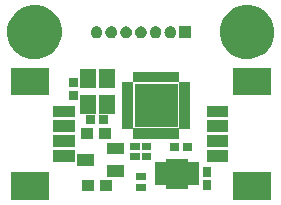
<source format=gts>
G04 #@! TF.FileFunction,Soldermask,Top*
%FSLAX46Y46*%
G04 Gerber Fmt 4.6, Leading zero omitted, Abs format (unit mm)*
G04 Created by KiCad (PCBNEW 4.0.1-stable) date 2016 September 01, Thursday 02:04:04*
%MOMM*%
G01*
G04 APERTURE LIST*
%ADD10C,0.100000*%
G04 APERTURE END LIST*
D10*
G36*
X61000000Y-58175000D02*
X57800000Y-58175000D01*
X57800000Y-55875000D01*
X61000000Y-55875000D01*
X61000000Y-58175000D01*
X61000000Y-58175000D01*
G37*
G36*
X42200000Y-58175000D02*
X39000000Y-58175000D01*
X39000000Y-55875000D01*
X42200000Y-55875000D01*
X42200000Y-58175000D01*
X42200000Y-58175000D01*
G37*
G36*
X47550000Y-57475000D02*
X46550000Y-57475000D01*
X46550000Y-56525000D01*
X47550000Y-56525000D01*
X47550000Y-57475000D01*
X47550000Y-57475000D01*
G37*
G36*
X46050000Y-57475000D02*
X45050000Y-57475000D01*
X45050000Y-56525000D01*
X46050000Y-56525000D01*
X46050000Y-57475000D01*
X46050000Y-57475000D01*
G37*
G36*
X50400000Y-57450000D02*
X49600000Y-57450000D01*
X49600000Y-56850000D01*
X50400000Y-56850000D01*
X50400000Y-57450000D01*
X50400000Y-57450000D01*
G37*
G36*
X55950000Y-57350000D02*
X55250000Y-57350000D01*
X55250000Y-56550000D01*
X55950000Y-56550000D01*
X55950000Y-57350000D01*
X55950000Y-57350000D01*
G37*
G36*
X54015000Y-54980000D02*
X54016980Y-54993930D01*
X54022761Y-55006756D01*
X54031888Y-55017464D01*
X54043636Y-55025206D01*
X54057076Y-55029368D01*
X54065000Y-55030000D01*
X54935000Y-55030000D01*
X54935000Y-56980000D01*
X54065000Y-56980000D01*
X54051070Y-56981980D01*
X54038244Y-56987761D01*
X54027536Y-56996888D01*
X54019794Y-57008636D01*
X54015632Y-57022076D01*
X54015000Y-57030000D01*
X54015000Y-57295000D01*
X52155000Y-57295000D01*
X52155000Y-57030000D01*
X52153020Y-57016070D01*
X52147239Y-57003244D01*
X52138112Y-56992536D01*
X52126364Y-56984794D01*
X52112924Y-56980632D01*
X52105000Y-56980000D01*
X51235000Y-56980000D01*
X51235000Y-55030000D01*
X52105000Y-55030000D01*
X52118930Y-55028020D01*
X52131756Y-55022239D01*
X52142464Y-55013112D01*
X52150206Y-55001364D01*
X52154368Y-54987924D01*
X52155000Y-54980000D01*
X52155000Y-54715000D01*
X54015000Y-54715000D01*
X54015000Y-54980000D01*
X54015000Y-54980000D01*
G37*
G36*
X50400000Y-56550000D02*
X49600000Y-56550000D01*
X49600000Y-55950000D01*
X50400000Y-55950000D01*
X50400000Y-56550000D01*
X50400000Y-56550000D01*
G37*
G36*
X55950000Y-56250000D02*
X55250000Y-56250000D01*
X55250000Y-55450000D01*
X55950000Y-55450000D01*
X55950000Y-56250000D01*
X55950000Y-56250000D01*
G37*
G36*
X48575000Y-56250000D02*
X47175000Y-56250000D01*
X47175000Y-55250000D01*
X48575000Y-55250000D01*
X48575000Y-56250000D01*
X48575000Y-56250000D01*
G37*
G36*
X46075000Y-55300000D02*
X44575000Y-55300000D01*
X44575000Y-54300000D01*
X46075000Y-54300000D01*
X46075000Y-55300000D01*
X46075000Y-55300000D01*
G37*
G36*
X44400000Y-54975000D02*
X42600000Y-54975000D01*
X42600000Y-53975000D01*
X44400000Y-53975000D01*
X44400000Y-54975000D01*
X44400000Y-54975000D01*
G37*
G36*
X57400000Y-54975000D02*
X55600000Y-54975000D01*
X55600000Y-53975000D01*
X57400000Y-53975000D01*
X57400000Y-54975000D01*
X57400000Y-54975000D01*
G37*
G36*
X49900000Y-54850000D02*
X49100000Y-54850000D01*
X49100000Y-54250000D01*
X49900000Y-54250000D01*
X49900000Y-54850000D01*
X49900000Y-54850000D01*
G37*
G36*
X50900000Y-54850000D02*
X50100000Y-54850000D01*
X50100000Y-54250000D01*
X50900000Y-54250000D01*
X50900000Y-54850000D01*
X50900000Y-54850000D01*
G37*
G36*
X48575000Y-54350000D02*
X47175000Y-54350000D01*
X47175000Y-53350000D01*
X48575000Y-53350000D01*
X48575000Y-54350000D01*
X48575000Y-54350000D01*
G37*
G36*
X54350000Y-54050000D02*
X53550000Y-54050000D01*
X53550000Y-53350000D01*
X54350000Y-53350000D01*
X54350000Y-54050000D01*
X54350000Y-54050000D01*
G37*
G36*
X53250000Y-54050000D02*
X52450000Y-54050000D01*
X52450000Y-53350000D01*
X53250000Y-53350000D01*
X53250000Y-54050000D01*
X53250000Y-54050000D01*
G37*
G36*
X50900000Y-53950000D02*
X50100000Y-53950000D01*
X50100000Y-53350000D01*
X50900000Y-53350000D01*
X50900000Y-53950000D01*
X50900000Y-53950000D01*
G37*
G36*
X49900000Y-53950000D02*
X49100000Y-53950000D01*
X49100000Y-53350000D01*
X49900000Y-53350000D01*
X49900000Y-53950000D01*
X49900000Y-53950000D01*
G37*
G36*
X44400000Y-53725000D02*
X42600000Y-53725000D01*
X42600000Y-52725000D01*
X44400000Y-52725000D01*
X44400000Y-53725000D01*
X44400000Y-53725000D01*
G37*
G36*
X57400000Y-53725000D02*
X55600000Y-53725000D01*
X55600000Y-52725000D01*
X57400000Y-52725000D01*
X57400000Y-53725000D01*
X57400000Y-53725000D01*
G37*
G36*
X47450000Y-53075000D02*
X46450000Y-53075000D01*
X46450000Y-52125000D01*
X47450000Y-52125000D01*
X47450000Y-53075000D01*
X47450000Y-53075000D01*
G37*
G36*
X45950000Y-53075000D02*
X44950000Y-53075000D01*
X44950000Y-52125000D01*
X45950000Y-52125000D01*
X45950000Y-53075000D01*
X45950000Y-53075000D01*
G37*
G36*
X53275000Y-48175000D02*
X53276980Y-48188930D01*
X53282761Y-48201756D01*
X53291888Y-48212464D01*
X53303636Y-48220206D01*
X53317076Y-48224368D01*
X53325000Y-48225000D01*
X54150000Y-48225000D01*
X54150000Y-52175000D01*
X53325000Y-52175000D01*
X53311070Y-52176980D01*
X53298244Y-52182761D01*
X53287536Y-52191888D01*
X53279794Y-52203636D01*
X53275632Y-52217076D01*
X53275000Y-52225000D01*
X53275000Y-53050000D01*
X49325000Y-53050000D01*
X49325000Y-52225000D01*
X49323020Y-52211070D01*
X49317239Y-52198244D01*
X49308112Y-52187536D01*
X49296364Y-52179794D01*
X49282924Y-52175632D01*
X49275000Y-52175000D01*
X48450000Y-52175000D01*
X48450000Y-48300000D01*
X49350000Y-48300000D01*
X49350000Y-52100000D01*
X49351980Y-52113930D01*
X49357761Y-52126756D01*
X49366888Y-52137464D01*
X49378636Y-52145206D01*
X49392076Y-52149368D01*
X49400000Y-52150000D01*
X53200000Y-52150000D01*
X53213930Y-52148020D01*
X53226756Y-52142239D01*
X53237464Y-52133112D01*
X53245206Y-52121364D01*
X53249368Y-52107924D01*
X53250000Y-52100000D01*
X53250000Y-48300000D01*
X53248020Y-48286070D01*
X53242239Y-48273244D01*
X53233112Y-48262536D01*
X53221364Y-48254794D01*
X53207924Y-48250632D01*
X53200000Y-48250000D01*
X49400000Y-48250000D01*
X49386070Y-48251980D01*
X49373244Y-48257761D01*
X49362536Y-48266888D01*
X49354794Y-48278636D01*
X49350632Y-48292076D01*
X49350000Y-48300000D01*
X48450000Y-48300000D01*
X48450000Y-48225000D01*
X49275000Y-48225000D01*
X49288930Y-48223020D01*
X49301756Y-48217239D01*
X49312464Y-48208112D01*
X49320206Y-48196364D01*
X49324368Y-48182924D01*
X49325000Y-48175000D01*
X49325000Y-47350000D01*
X53275000Y-47350000D01*
X53275000Y-48175000D01*
X53275000Y-48175000D01*
G37*
G36*
X53125000Y-52025000D02*
X49475000Y-52025000D01*
X49475000Y-48375000D01*
X53125000Y-48375000D01*
X53125000Y-52025000D01*
X53125000Y-52025000D01*
G37*
G36*
X57400000Y-52475000D02*
X55600000Y-52475000D01*
X55600000Y-51475000D01*
X57400000Y-51475000D01*
X57400000Y-52475000D01*
X57400000Y-52475000D01*
G37*
G36*
X44400000Y-52475000D02*
X42600000Y-52475000D01*
X42600000Y-51475000D01*
X44400000Y-51475000D01*
X44400000Y-52475000D01*
X44400000Y-52475000D01*
G37*
G36*
X46150000Y-51750000D02*
X45350000Y-51750000D01*
X45350000Y-51050000D01*
X46150000Y-51050000D01*
X46150000Y-51750000D01*
X46150000Y-51750000D01*
G37*
G36*
X47250000Y-51750000D02*
X46450000Y-51750000D01*
X46450000Y-51050000D01*
X47250000Y-51050000D01*
X47250000Y-51750000D01*
X47250000Y-51750000D01*
G37*
G36*
X44400000Y-51225000D02*
X42600000Y-51225000D01*
X42600000Y-50225000D01*
X44400000Y-50225000D01*
X44400000Y-51225000D01*
X44400000Y-51225000D01*
G37*
G36*
X57400000Y-51225000D02*
X55600000Y-51225000D01*
X55600000Y-50225000D01*
X57400000Y-50225000D01*
X57400000Y-51225000D01*
X57400000Y-51225000D01*
G37*
G36*
X47775000Y-50900000D02*
X46425000Y-50900000D01*
X46425000Y-49300000D01*
X47775000Y-49300000D01*
X47775000Y-50900000D01*
X47775000Y-50900000D01*
G37*
G36*
X46175000Y-50900000D02*
X44825000Y-50900000D01*
X44825000Y-49300000D01*
X46175000Y-49300000D01*
X46175000Y-50900000D01*
X46175000Y-50900000D01*
G37*
G36*
X44650000Y-49750000D02*
X43950000Y-49750000D01*
X43950000Y-48950000D01*
X44650000Y-48950000D01*
X44650000Y-49750000D01*
X44650000Y-49750000D01*
G37*
G36*
X61000000Y-49325000D02*
X57800000Y-49325000D01*
X57800000Y-47025000D01*
X61000000Y-47025000D01*
X61000000Y-49325000D01*
X61000000Y-49325000D01*
G37*
G36*
X42200000Y-49325000D02*
X39000000Y-49325000D01*
X39000000Y-47025000D01*
X42200000Y-47025000D01*
X42200000Y-49325000D01*
X42200000Y-49325000D01*
G37*
G36*
X46175000Y-48700000D02*
X44825000Y-48700000D01*
X44825000Y-47100000D01*
X46175000Y-47100000D01*
X46175000Y-48700000D01*
X46175000Y-48700000D01*
G37*
G36*
X47775000Y-48700000D02*
X46425000Y-48700000D01*
X46425000Y-47100000D01*
X47775000Y-47100000D01*
X47775000Y-48700000D01*
X47775000Y-48700000D01*
G37*
G36*
X44650000Y-48650000D02*
X43950000Y-48650000D01*
X43950000Y-47850000D01*
X44650000Y-47850000D01*
X44650000Y-48650000D01*
X44650000Y-48650000D01*
G37*
G36*
X59241578Y-41701530D02*
X59683421Y-41792227D01*
X60099228Y-41967016D01*
X60473170Y-42219242D01*
X60790999Y-42539299D01*
X61040610Y-42914992D01*
X61212489Y-43332006D01*
X61300033Y-43774130D01*
X61300033Y-43774139D01*
X61300099Y-43774473D01*
X61292905Y-44289661D01*
X61292829Y-44289995D01*
X61292829Y-44290007D01*
X61192978Y-44729504D01*
X61009517Y-45141564D01*
X60749516Y-45510139D01*
X60422871Y-45821199D01*
X60042038Y-46062882D01*
X59621508Y-46225996D01*
X59177310Y-46304319D01*
X58726355Y-46294874D01*
X58285817Y-46198015D01*
X57872492Y-46017438D01*
X57502110Y-45760015D01*
X57188780Y-45435552D01*
X56944443Y-45056416D01*
X56778399Y-44637036D01*
X56696974Y-44193387D01*
X56703272Y-43742379D01*
X56797050Y-43301186D01*
X56974741Y-42886604D01*
X57229571Y-42514434D01*
X57551838Y-42198846D01*
X57929262Y-41951867D01*
X58347472Y-41782899D01*
X58790533Y-41698380D01*
X59241578Y-41701530D01*
X59241578Y-41701530D01*
G37*
G36*
X41241578Y-41701530D02*
X41683421Y-41792227D01*
X42099228Y-41967016D01*
X42473170Y-42219242D01*
X42790999Y-42539299D01*
X43040610Y-42914992D01*
X43212489Y-43332006D01*
X43300033Y-43774130D01*
X43300033Y-43774139D01*
X43300099Y-43774473D01*
X43292905Y-44289661D01*
X43292829Y-44289995D01*
X43292829Y-44290007D01*
X43192978Y-44729504D01*
X43009517Y-45141564D01*
X42749516Y-45510139D01*
X42422871Y-45821199D01*
X42042038Y-46062882D01*
X41621508Y-46225996D01*
X41177310Y-46304319D01*
X40726355Y-46294874D01*
X40285817Y-46198015D01*
X39872492Y-46017438D01*
X39502110Y-45760015D01*
X39188780Y-45435552D01*
X38944443Y-45056416D01*
X38778399Y-44637036D01*
X38696974Y-44193387D01*
X38703272Y-43742379D01*
X38797050Y-43301186D01*
X38974741Y-42886604D01*
X39229571Y-42514434D01*
X39551838Y-42198846D01*
X39929262Y-41951867D01*
X40347472Y-41782899D01*
X40790533Y-41698380D01*
X41241578Y-41701530D01*
X41241578Y-41701530D01*
G37*
G36*
X51255017Y-43500018D02*
X51259400Y-43500049D01*
X51356375Y-43510926D01*
X51449390Y-43540432D01*
X51534903Y-43587443D01*
X51609655Y-43650168D01*
X51670801Y-43726218D01*
X51716011Y-43812697D01*
X51743563Y-43906309D01*
X51743566Y-43906343D01*
X51743570Y-43906356D01*
X51752410Y-44003488D01*
X51742213Y-44100491D01*
X51742212Y-44100496D01*
X51742207Y-44100539D01*
X51713351Y-44193758D01*
X51666938Y-44279596D01*
X51604736Y-44354785D01*
X51529115Y-44416461D01*
X51442954Y-44462273D01*
X51349536Y-44490478D01*
X51252419Y-44500000D01*
X51247549Y-44500000D01*
X51244983Y-44499982D01*
X51240600Y-44499951D01*
X51143625Y-44489074D01*
X51050610Y-44459568D01*
X50965097Y-44412557D01*
X50890345Y-44349832D01*
X50829199Y-44273782D01*
X50783989Y-44187303D01*
X50756437Y-44093691D01*
X50756434Y-44093657D01*
X50756430Y-44093644D01*
X50747590Y-43996512D01*
X50757787Y-43899509D01*
X50757788Y-43899504D01*
X50757793Y-43899461D01*
X50786649Y-43806242D01*
X50833062Y-43720404D01*
X50895264Y-43645215D01*
X50970885Y-43583539D01*
X51057046Y-43537727D01*
X51150464Y-43509522D01*
X51247581Y-43500000D01*
X51252451Y-43500000D01*
X51255017Y-43500018D01*
X51255017Y-43500018D01*
G37*
G36*
X52505017Y-43500018D02*
X52509400Y-43500049D01*
X52606375Y-43510926D01*
X52699390Y-43540432D01*
X52784903Y-43587443D01*
X52859655Y-43650168D01*
X52920801Y-43726218D01*
X52966011Y-43812697D01*
X52993563Y-43906309D01*
X52993566Y-43906343D01*
X52993570Y-43906356D01*
X53002410Y-44003488D01*
X52992213Y-44100491D01*
X52992212Y-44100496D01*
X52992207Y-44100539D01*
X52963351Y-44193758D01*
X52916938Y-44279596D01*
X52854736Y-44354785D01*
X52779115Y-44416461D01*
X52692954Y-44462273D01*
X52599536Y-44490478D01*
X52502419Y-44500000D01*
X52497549Y-44500000D01*
X52494983Y-44499982D01*
X52490600Y-44499951D01*
X52393625Y-44489074D01*
X52300610Y-44459568D01*
X52215097Y-44412557D01*
X52140345Y-44349832D01*
X52079199Y-44273782D01*
X52033989Y-44187303D01*
X52006437Y-44093691D01*
X52006434Y-44093657D01*
X52006430Y-44093644D01*
X51997590Y-43996512D01*
X52007787Y-43899509D01*
X52007788Y-43899504D01*
X52007793Y-43899461D01*
X52036649Y-43806242D01*
X52083062Y-43720404D01*
X52145264Y-43645215D01*
X52220885Y-43583539D01*
X52307046Y-43537727D01*
X52400464Y-43509522D01*
X52497581Y-43500000D01*
X52502451Y-43500000D01*
X52505017Y-43500018D01*
X52505017Y-43500018D01*
G37*
G36*
X54250000Y-44500000D02*
X53250000Y-44500000D01*
X53250000Y-43500000D01*
X54250000Y-43500000D01*
X54250000Y-44500000D01*
X54250000Y-44500000D01*
G37*
G36*
X50005017Y-43500018D02*
X50009400Y-43500049D01*
X50106375Y-43510926D01*
X50199390Y-43540432D01*
X50284903Y-43587443D01*
X50359655Y-43650168D01*
X50420801Y-43726218D01*
X50466011Y-43812697D01*
X50493563Y-43906309D01*
X50493566Y-43906343D01*
X50493570Y-43906356D01*
X50502410Y-44003488D01*
X50492213Y-44100491D01*
X50492212Y-44100496D01*
X50492207Y-44100539D01*
X50463351Y-44193758D01*
X50416938Y-44279596D01*
X50354736Y-44354785D01*
X50279115Y-44416461D01*
X50192954Y-44462273D01*
X50099536Y-44490478D01*
X50002419Y-44500000D01*
X49997549Y-44500000D01*
X49994983Y-44499982D01*
X49990600Y-44499951D01*
X49893625Y-44489074D01*
X49800610Y-44459568D01*
X49715097Y-44412557D01*
X49640345Y-44349832D01*
X49579199Y-44273782D01*
X49533989Y-44187303D01*
X49506437Y-44093691D01*
X49506434Y-44093657D01*
X49506430Y-44093644D01*
X49497590Y-43996512D01*
X49507787Y-43899509D01*
X49507788Y-43899504D01*
X49507793Y-43899461D01*
X49536649Y-43806242D01*
X49583062Y-43720404D01*
X49645264Y-43645215D01*
X49720885Y-43583539D01*
X49807046Y-43537727D01*
X49900464Y-43509522D01*
X49997581Y-43500000D01*
X50002451Y-43500000D01*
X50005017Y-43500018D01*
X50005017Y-43500018D01*
G37*
G36*
X48755017Y-43500018D02*
X48759400Y-43500049D01*
X48856375Y-43510926D01*
X48949390Y-43540432D01*
X49034903Y-43587443D01*
X49109655Y-43650168D01*
X49170801Y-43726218D01*
X49216011Y-43812697D01*
X49243563Y-43906309D01*
X49243566Y-43906343D01*
X49243570Y-43906356D01*
X49252410Y-44003488D01*
X49242213Y-44100491D01*
X49242212Y-44100496D01*
X49242207Y-44100539D01*
X49213351Y-44193758D01*
X49166938Y-44279596D01*
X49104736Y-44354785D01*
X49029115Y-44416461D01*
X48942954Y-44462273D01*
X48849536Y-44490478D01*
X48752419Y-44500000D01*
X48747549Y-44500000D01*
X48744983Y-44499982D01*
X48740600Y-44499951D01*
X48643625Y-44489074D01*
X48550610Y-44459568D01*
X48465097Y-44412557D01*
X48390345Y-44349832D01*
X48329199Y-44273782D01*
X48283989Y-44187303D01*
X48256437Y-44093691D01*
X48256434Y-44093657D01*
X48256430Y-44093644D01*
X48247590Y-43996512D01*
X48257787Y-43899509D01*
X48257788Y-43899504D01*
X48257793Y-43899461D01*
X48286649Y-43806242D01*
X48333062Y-43720404D01*
X48395264Y-43645215D01*
X48470885Y-43583539D01*
X48557046Y-43537727D01*
X48650464Y-43509522D01*
X48747581Y-43500000D01*
X48752451Y-43500000D01*
X48755017Y-43500018D01*
X48755017Y-43500018D01*
G37*
G36*
X47505017Y-43500018D02*
X47509400Y-43500049D01*
X47606375Y-43510926D01*
X47699390Y-43540432D01*
X47784903Y-43587443D01*
X47859655Y-43650168D01*
X47920801Y-43726218D01*
X47966011Y-43812697D01*
X47993563Y-43906309D01*
X47993566Y-43906343D01*
X47993570Y-43906356D01*
X48002410Y-44003488D01*
X47992213Y-44100491D01*
X47992212Y-44100496D01*
X47992207Y-44100539D01*
X47963351Y-44193758D01*
X47916938Y-44279596D01*
X47854736Y-44354785D01*
X47779115Y-44416461D01*
X47692954Y-44462273D01*
X47599536Y-44490478D01*
X47502419Y-44500000D01*
X47497549Y-44500000D01*
X47494983Y-44499982D01*
X47490600Y-44499951D01*
X47393625Y-44489074D01*
X47300610Y-44459568D01*
X47215097Y-44412557D01*
X47140345Y-44349832D01*
X47079199Y-44273782D01*
X47033989Y-44187303D01*
X47006437Y-44093691D01*
X47006434Y-44093657D01*
X47006430Y-44093644D01*
X46997590Y-43996512D01*
X47007787Y-43899509D01*
X47007788Y-43899504D01*
X47007793Y-43899461D01*
X47036649Y-43806242D01*
X47083062Y-43720404D01*
X47145264Y-43645215D01*
X47220885Y-43583539D01*
X47307046Y-43537727D01*
X47400464Y-43509522D01*
X47497581Y-43500000D01*
X47502451Y-43500000D01*
X47505017Y-43500018D01*
X47505017Y-43500018D01*
G37*
G36*
X46255017Y-43500018D02*
X46259400Y-43500049D01*
X46356375Y-43510926D01*
X46449390Y-43540432D01*
X46534903Y-43587443D01*
X46609655Y-43650168D01*
X46670801Y-43726218D01*
X46716011Y-43812697D01*
X46743563Y-43906309D01*
X46743566Y-43906343D01*
X46743570Y-43906356D01*
X46752410Y-44003488D01*
X46742213Y-44100491D01*
X46742212Y-44100496D01*
X46742207Y-44100539D01*
X46713351Y-44193758D01*
X46666938Y-44279596D01*
X46604736Y-44354785D01*
X46529115Y-44416461D01*
X46442954Y-44462273D01*
X46349536Y-44490478D01*
X46252419Y-44500000D01*
X46247549Y-44500000D01*
X46244983Y-44499982D01*
X46240600Y-44499951D01*
X46143625Y-44489074D01*
X46050610Y-44459568D01*
X45965097Y-44412557D01*
X45890345Y-44349832D01*
X45829199Y-44273782D01*
X45783989Y-44187303D01*
X45756437Y-44093691D01*
X45756434Y-44093657D01*
X45756430Y-44093644D01*
X45747590Y-43996512D01*
X45757787Y-43899509D01*
X45757788Y-43899504D01*
X45757793Y-43899461D01*
X45786649Y-43806242D01*
X45833062Y-43720404D01*
X45895264Y-43645215D01*
X45970885Y-43583539D01*
X46057046Y-43537727D01*
X46150464Y-43509522D01*
X46247581Y-43500000D01*
X46252451Y-43500000D01*
X46255017Y-43500018D01*
X46255017Y-43500018D01*
G37*
M02*

</source>
